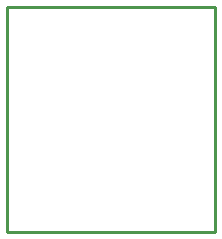
<source format=gko>
G04 Layer: BoardOutlineLayer*
G04 EasyEDA v6.5.9, 2022-07-20 11:51:06*
G04 f1700a5533a94dbab9b25466b2df9886,20d39a695127413eb41274384cfbb926,10*
G04 Gerber Generator version 0.2*
G04 Scale: 100 percent, Rotated: No, Reflected: No *
G04 Dimensions in millimeters *
G04 leading zeros omitted , absolute positions ,4 integer and 5 decimal *
%FSLAX45Y45*%
%MOMM*%

%ADD10C,0.2540*%
D10*
X700023Y8999981D02*
G01*
X2463800Y8999981D01*
X2463800Y7099300D01*
X700023Y7099300D01*
X700023Y8999981D01*

%LPD*%
M02*

</source>
